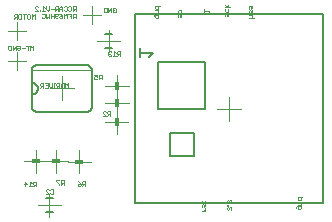
<source format=gbo>
G75*
%MOIN*%
%OFA0B0*%
%FSLAX25Y25*%
%IPPOS*%
%LPD*%
%AMOC8*
5,1,8,0,0,1.08239X$1,22.5*
%
%ADD10C,0.00100*%
%ADD11C,0.00600*%
%ADD12C,0.00000*%
%ADD13R,0.01800X0.03000*%
%ADD14C,0.00200*%
%ADD15R,0.03000X0.01800*%
%ADD16C,0.00800*%
D10*
X0008772Y0014901D02*
X0008772Y0016402D01*
X0009523Y0015652D01*
X0008522Y0015652D01*
X0009995Y0014901D02*
X0010996Y0014901D01*
X0011469Y0014901D02*
X0011969Y0015401D01*
X0011719Y0015401D02*
X0012469Y0015401D01*
X0012469Y0014901D02*
X0012469Y0016402D01*
X0011719Y0016402D01*
X0011469Y0016152D01*
X0011469Y0015652D01*
X0011719Y0015401D01*
X0010996Y0015902D02*
X0010496Y0016402D01*
X0010496Y0014901D01*
X0015767Y0013597D02*
X0016017Y0013847D01*
X0016518Y0013847D01*
X0016768Y0013597D01*
X0017240Y0013597D02*
X0017491Y0013847D01*
X0017991Y0013847D01*
X0018241Y0013597D01*
X0018241Y0012596D01*
X0017991Y0012346D01*
X0017491Y0012346D01*
X0017240Y0012596D01*
X0016768Y0012346D02*
X0015767Y0013347D01*
X0015767Y0013597D01*
X0015767Y0012346D02*
X0016768Y0012346D01*
X0020212Y0015365D02*
X0020212Y0015615D01*
X0019211Y0016616D01*
X0019211Y0016866D01*
X0020212Y0016866D01*
X0020684Y0016616D02*
X0020684Y0016116D01*
X0020935Y0015865D01*
X0021685Y0015865D01*
X0021685Y0015365D02*
X0021685Y0016866D01*
X0020935Y0016866D01*
X0020684Y0016616D01*
X0021185Y0015865D02*
X0020684Y0015365D01*
X0026300Y0015258D02*
X0026300Y0015508D01*
X0026550Y0015758D01*
X0027301Y0015758D01*
X0027301Y0015258D01*
X0027050Y0015008D01*
X0026550Y0015008D01*
X0026300Y0015258D01*
X0026800Y0016259D02*
X0027301Y0015758D01*
X0027773Y0015758D02*
X0027773Y0016259D01*
X0028023Y0016509D01*
X0028774Y0016509D01*
X0028774Y0015008D01*
X0028774Y0015508D02*
X0028023Y0015508D01*
X0027773Y0015758D01*
X0028274Y0015508D02*
X0027773Y0015008D01*
X0026800Y0016259D02*
X0026300Y0016509D01*
X0034743Y0038407D02*
X0035744Y0038407D01*
X0034743Y0039407D01*
X0034743Y0039658D01*
X0034993Y0039908D01*
X0035493Y0039908D01*
X0035744Y0039658D01*
X0036216Y0039658D02*
X0036216Y0039157D01*
X0036466Y0038907D01*
X0037217Y0038907D01*
X0037217Y0038407D02*
X0037217Y0039908D01*
X0036466Y0039908D01*
X0036216Y0039658D01*
X0036716Y0038907D02*
X0036216Y0038407D01*
X0034296Y0050511D02*
X0034296Y0052012D01*
X0033546Y0052012D01*
X0033295Y0051762D01*
X0033295Y0051262D01*
X0033546Y0051011D01*
X0034296Y0051011D01*
X0033796Y0051011D02*
X0033295Y0050511D01*
X0032823Y0050761D02*
X0032573Y0050511D01*
X0032072Y0050511D01*
X0031822Y0050761D01*
X0031822Y0051262D01*
X0032072Y0051512D01*
X0032323Y0051512D01*
X0032823Y0051262D01*
X0032823Y0052012D01*
X0031822Y0052012D01*
X0036787Y0058330D02*
X0037287Y0058330D01*
X0037537Y0058580D01*
X0038010Y0058330D02*
X0039010Y0058330D01*
X0039483Y0058330D02*
X0039983Y0058831D01*
X0039733Y0058831D02*
X0040484Y0058831D01*
X0040484Y0058330D02*
X0040484Y0059832D01*
X0039733Y0059832D01*
X0039483Y0059581D01*
X0039483Y0059081D01*
X0039733Y0058831D01*
X0039010Y0059331D02*
X0038510Y0059832D01*
X0038510Y0058330D01*
X0037537Y0059581D02*
X0037287Y0059832D01*
X0036787Y0059832D01*
X0036536Y0059581D01*
X0036536Y0059331D01*
X0036787Y0059081D01*
X0036536Y0058831D01*
X0036536Y0058580D01*
X0036787Y0058330D01*
X0036787Y0059081D02*
X0037037Y0059081D01*
X0037484Y0072804D02*
X0037484Y0074305D01*
X0036483Y0072804D01*
X0036483Y0074305D01*
X0036011Y0074305D02*
X0035260Y0074305D01*
X0035010Y0074055D01*
X0035010Y0073054D01*
X0035260Y0072804D01*
X0036011Y0072804D01*
X0036011Y0074305D01*
X0037957Y0074055D02*
X0038207Y0074305D01*
X0038707Y0074305D01*
X0038957Y0074055D01*
X0038957Y0073054D01*
X0038707Y0072804D01*
X0038207Y0072804D01*
X0037957Y0073054D01*
X0037957Y0073555D01*
X0038457Y0073555D01*
X0025643Y0073335D02*
X0025643Y0074836D01*
X0024892Y0074836D01*
X0024642Y0074586D01*
X0024642Y0074085D01*
X0024892Y0073835D01*
X0025643Y0073835D01*
X0025143Y0073835D02*
X0024642Y0073335D01*
X0024170Y0073585D02*
X0023920Y0073335D01*
X0023419Y0073335D01*
X0023169Y0073585D01*
X0022697Y0073585D02*
X0022446Y0073335D01*
X0021946Y0073335D01*
X0021696Y0073585D01*
X0021223Y0073335D02*
X0021223Y0074336D01*
X0020723Y0074836D01*
X0020222Y0074336D01*
X0020222Y0073335D01*
X0019750Y0073335D02*
X0019750Y0074836D01*
X0018999Y0074836D01*
X0018749Y0074586D01*
X0018749Y0074085D01*
X0018999Y0073835D01*
X0019750Y0073835D01*
X0019250Y0073835D02*
X0018749Y0073335D01*
X0018277Y0074085D02*
X0017276Y0074085D01*
X0016804Y0073835D02*
X0016804Y0074836D01*
X0016804Y0073835D02*
X0016303Y0073335D01*
X0015803Y0073835D01*
X0015803Y0074836D01*
X0015330Y0074336D02*
X0014830Y0074836D01*
X0014830Y0073335D01*
X0015330Y0073335D02*
X0014329Y0073335D01*
X0013857Y0073335D02*
X0013607Y0073335D01*
X0013607Y0073585D01*
X0013857Y0073585D01*
X0013857Y0073335D01*
X0013120Y0073335D02*
X0012120Y0074336D01*
X0012120Y0074586D01*
X0012370Y0074836D01*
X0012870Y0074836D01*
X0013120Y0074586D01*
X0013120Y0073335D02*
X0012120Y0073335D01*
X0011957Y0072251D02*
X0011457Y0071751D01*
X0010956Y0072251D01*
X0010956Y0070750D01*
X0010484Y0071000D02*
X0010234Y0070750D01*
X0009733Y0070750D01*
X0009483Y0071000D01*
X0009483Y0072001D01*
X0009733Y0072251D01*
X0010234Y0072251D01*
X0010484Y0072001D01*
X0010484Y0071000D01*
X0011957Y0070750D02*
X0011957Y0072251D01*
X0014329Y0072186D02*
X0014580Y0072436D01*
X0015080Y0072436D01*
X0015330Y0072186D01*
X0015330Y0071185D01*
X0015080Y0070935D01*
X0014580Y0070935D01*
X0014329Y0071185D01*
X0015803Y0070935D02*
X0015803Y0072436D01*
X0016804Y0072436D02*
X0016804Y0070935D01*
X0016303Y0071435D01*
X0015803Y0070935D01*
X0017276Y0070935D02*
X0017276Y0072436D01*
X0017276Y0071685D02*
X0018277Y0071685D01*
X0018749Y0071685D02*
X0019500Y0071685D01*
X0019750Y0071936D01*
X0019750Y0072186D01*
X0019500Y0072436D01*
X0018999Y0072436D01*
X0018749Y0072186D01*
X0018749Y0071185D01*
X0018999Y0070935D01*
X0019500Y0070935D01*
X0019750Y0071185D01*
X0020222Y0071185D02*
X0020222Y0071435D01*
X0020473Y0071685D01*
X0021223Y0071685D01*
X0021223Y0071185D01*
X0020973Y0070935D01*
X0020473Y0070935D01*
X0020222Y0071185D01*
X0021223Y0071685D02*
X0020723Y0072186D01*
X0020222Y0072436D01*
X0021696Y0072436D02*
X0021696Y0070935D01*
X0022697Y0070935D02*
X0022697Y0072436D01*
X0022196Y0071936D01*
X0021696Y0072436D01*
X0023169Y0072436D02*
X0024170Y0072436D01*
X0024170Y0070935D01*
X0024642Y0070935D02*
X0025143Y0071435D01*
X0024892Y0071435D02*
X0025643Y0071435D01*
X0025643Y0070935D02*
X0025643Y0072436D01*
X0024892Y0072436D01*
X0024642Y0072186D01*
X0024642Y0071685D01*
X0024892Y0071435D01*
X0024170Y0071685D02*
X0023669Y0071685D01*
X0024170Y0073585D02*
X0024170Y0074586D01*
X0023920Y0074836D01*
X0023419Y0074836D01*
X0023169Y0074586D01*
X0022697Y0074586D02*
X0022697Y0073585D01*
X0022697Y0074586D02*
X0022446Y0074836D01*
X0021946Y0074836D01*
X0021696Y0074586D01*
X0021223Y0074085D02*
X0020222Y0074085D01*
X0018277Y0072436D02*
X0018277Y0070935D01*
X0009010Y0072251D02*
X0008010Y0072251D01*
X0008510Y0072251D02*
X0008510Y0070750D01*
X0007537Y0071000D02*
X0007287Y0070750D01*
X0006787Y0070750D01*
X0006536Y0071000D01*
X0006536Y0072001D01*
X0006787Y0072251D01*
X0007287Y0072251D01*
X0007537Y0072001D01*
X0007537Y0071000D01*
X0006064Y0070750D02*
X0006064Y0072251D01*
X0005313Y0072251D01*
X0005063Y0072001D01*
X0005063Y0071501D01*
X0005313Y0071251D01*
X0006064Y0071251D01*
X0005564Y0071251D02*
X0005063Y0070750D01*
X0004691Y0061716D02*
X0004691Y0060215D01*
X0005692Y0061716D01*
X0005692Y0060215D01*
X0006164Y0060465D02*
X0006164Y0060966D01*
X0006665Y0060966D01*
X0007165Y0061466D02*
X0007165Y0060465D01*
X0006915Y0060215D01*
X0006414Y0060215D01*
X0006164Y0060465D01*
X0006164Y0061466D02*
X0006414Y0061716D01*
X0006915Y0061716D01*
X0007165Y0061466D01*
X0007637Y0060966D02*
X0008638Y0060966D01*
X0009111Y0061716D02*
X0010112Y0061716D01*
X0010584Y0061716D02*
X0010584Y0060215D01*
X0009611Y0060215D02*
X0009611Y0061716D01*
X0010584Y0061716D02*
X0011084Y0061216D01*
X0011585Y0061716D01*
X0011585Y0060215D01*
X0004219Y0060215D02*
X0004219Y0061716D01*
X0003468Y0061716D01*
X0003218Y0061466D01*
X0003218Y0060465D01*
X0003468Y0060215D01*
X0004219Y0060215D01*
X0014097Y0049253D02*
X0013847Y0049003D01*
X0013847Y0048503D01*
X0014097Y0048253D01*
X0014848Y0048253D01*
X0014348Y0048253D02*
X0013847Y0047752D01*
X0014848Y0047752D02*
X0014848Y0049253D01*
X0014097Y0049253D01*
X0015320Y0049253D02*
X0016321Y0049253D01*
X0016321Y0047752D01*
X0015320Y0047752D01*
X0015821Y0048503D02*
X0016321Y0048503D01*
X0016794Y0048253D02*
X0016794Y0049253D01*
X0016794Y0048253D02*
X0017294Y0047752D01*
X0017794Y0048253D01*
X0017794Y0049253D01*
X0018276Y0049253D02*
X0018777Y0049253D01*
X0018526Y0049253D02*
X0018526Y0047752D01*
X0018276Y0047752D02*
X0018777Y0047752D01*
X0019249Y0047752D02*
X0019749Y0048253D01*
X0019499Y0048253D02*
X0020250Y0048253D01*
X0020250Y0047752D02*
X0020250Y0049253D01*
X0019499Y0049253D01*
X0019249Y0049003D01*
X0019249Y0048503D01*
X0019499Y0048253D01*
X0020722Y0048002D02*
X0020722Y0049003D01*
X0020973Y0049253D01*
X0021723Y0049253D01*
X0021723Y0047752D01*
X0020973Y0047752D01*
X0020722Y0048002D01*
X0022196Y0047752D02*
X0022196Y0049253D01*
X0022696Y0048753D01*
X0023196Y0049253D01*
X0023196Y0047752D01*
X0051702Y0071552D02*
X0051702Y0071802D01*
X0051952Y0072052D01*
X0053203Y0072052D01*
X0053203Y0071302D01*
X0052953Y0071051D01*
X0052453Y0071051D01*
X0052202Y0071302D01*
X0052202Y0072052D01*
X0052202Y0072525D02*
X0053203Y0072525D01*
X0053203Y0073275D01*
X0052953Y0073526D01*
X0052202Y0073526D01*
X0052453Y0073998D02*
X0052953Y0073998D01*
X0053203Y0074248D01*
X0053203Y0074999D01*
X0053704Y0074999D02*
X0052202Y0074999D01*
X0052202Y0074248D01*
X0052453Y0073998D01*
X0059855Y0073407D02*
X0060105Y0073657D01*
X0060606Y0073657D01*
X0060856Y0073407D01*
X0060856Y0072907D01*
X0060606Y0072656D01*
X0060105Y0072656D01*
X0059855Y0072907D01*
X0059855Y0073407D01*
X0060105Y0072184D02*
X0060355Y0071934D01*
X0060355Y0071433D01*
X0060606Y0071183D01*
X0060856Y0071433D01*
X0060856Y0072184D01*
X0060105Y0072184D02*
X0059855Y0071934D01*
X0059855Y0071183D01*
X0068284Y0072242D02*
X0068785Y0072242D01*
X0068534Y0072242D02*
X0068534Y0073243D01*
X0068785Y0073243D01*
X0069257Y0073243D02*
X0070008Y0073243D01*
X0070258Y0072992D01*
X0070008Y0072742D01*
X0069507Y0072742D01*
X0069257Y0072492D01*
X0069507Y0072242D01*
X0070258Y0072242D01*
X0068534Y0073743D02*
X0068534Y0073993D01*
X0075530Y0074007D02*
X0075530Y0073256D01*
X0075780Y0073006D01*
X0076280Y0073006D01*
X0076530Y0073256D01*
X0076530Y0074007D01*
X0076030Y0074479D02*
X0076530Y0075230D01*
X0076030Y0074479D02*
X0075530Y0075230D01*
X0075530Y0074479D02*
X0077031Y0074479D01*
X0076530Y0072534D02*
X0076530Y0071783D01*
X0076280Y0071533D01*
X0076030Y0071783D01*
X0076030Y0072283D01*
X0075780Y0072534D01*
X0075530Y0072283D01*
X0075530Y0071533D01*
X0083484Y0071108D02*
X0084985Y0071108D01*
X0084485Y0071358D02*
X0084485Y0071859D01*
X0084234Y0072109D01*
X0083484Y0072109D01*
X0083484Y0072581D02*
X0083484Y0073332D01*
X0083734Y0073582D01*
X0083984Y0073332D01*
X0083984Y0072832D01*
X0084234Y0072581D01*
X0084485Y0072832D01*
X0084485Y0073582D01*
X0084234Y0074055D02*
X0084485Y0074305D01*
X0084485Y0075056D01*
X0083984Y0074805D02*
X0083984Y0074305D01*
X0084234Y0074055D01*
X0083484Y0074055D02*
X0083484Y0074805D01*
X0083734Y0075056D01*
X0083984Y0074805D01*
X0084485Y0071358D02*
X0084234Y0071108D01*
X0077275Y0010129D02*
X0077025Y0010129D01*
X0076775Y0009878D01*
X0076524Y0010129D01*
X0076274Y0010129D01*
X0076024Y0009878D01*
X0076024Y0009378D01*
X0076274Y0009128D01*
X0076274Y0008641D02*
X0076024Y0008641D01*
X0076024Y0008391D01*
X0076274Y0008391D01*
X0076274Y0008641D01*
X0076274Y0007919D02*
X0076024Y0007669D01*
X0076024Y0007168D01*
X0076274Y0006918D01*
X0076775Y0007418D02*
X0076775Y0007669D01*
X0076524Y0007919D01*
X0076274Y0007919D01*
X0076775Y0007669D02*
X0077025Y0007919D01*
X0077275Y0007919D01*
X0077525Y0007669D01*
X0077525Y0007168D01*
X0077275Y0006918D01*
X0077275Y0009128D02*
X0077525Y0009378D01*
X0077525Y0009878D01*
X0077275Y0010129D01*
X0076775Y0009878D02*
X0076775Y0009628D01*
X0069092Y0009719D02*
X0068092Y0009719D01*
X0067841Y0009969D01*
X0068842Y0009969D02*
X0068842Y0009469D01*
X0068842Y0008996D02*
X0068842Y0008246D01*
X0068592Y0007996D01*
X0068342Y0008246D01*
X0068342Y0008746D01*
X0068092Y0008996D01*
X0067841Y0008746D01*
X0067841Y0007996D01*
X0068842Y0007519D02*
X0068842Y0007268D01*
X0068342Y0006768D01*
X0068842Y0006768D02*
X0067841Y0006768D01*
X0099181Y0007749D02*
X0099181Y0007999D01*
X0099431Y0008249D01*
X0100682Y0008249D01*
X0100682Y0007498D01*
X0100432Y0007248D01*
X0099932Y0007248D01*
X0099681Y0007498D01*
X0099681Y0008249D01*
X0099681Y0008721D02*
X0100682Y0008721D01*
X0100682Y0009472D01*
X0100432Y0009722D01*
X0099681Y0009722D01*
X0099932Y0010195D02*
X0100432Y0010195D01*
X0100682Y0010445D01*
X0100682Y0011196D01*
X0101183Y0011196D02*
X0099681Y0011196D01*
X0099681Y0010445D01*
X0099932Y0010195D01*
D11*
X0051473Y0059391D02*
X0047069Y0059391D01*
X0047069Y0060858D02*
X0047069Y0057923D01*
X0050005Y0057923D02*
X0051473Y0059391D01*
X0037865Y0060982D02*
X0035503Y0060982D01*
X0035503Y0065707D02*
X0037865Y0065707D01*
X0029531Y0055183D02*
X0012531Y0055183D01*
X0012455Y0055181D01*
X0012379Y0055175D01*
X0012304Y0055166D01*
X0012229Y0055152D01*
X0012155Y0055135D01*
X0012082Y0055114D01*
X0012010Y0055090D01*
X0011939Y0055061D01*
X0011870Y0055030D01*
X0011803Y0054995D01*
X0011738Y0054956D01*
X0011674Y0054914D01*
X0011613Y0054869D01*
X0011554Y0054821D01*
X0011498Y0054770D01*
X0011444Y0054716D01*
X0011393Y0054660D01*
X0011345Y0054601D01*
X0011300Y0054540D01*
X0011258Y0054476D01*
X0011219Y0054411D01*
X0011184Y0054344D01*
X0011153Y0054275D01*
X0011124Y0054204D01*
X0011100Y0054132D01*
X0011079Y0054059D01*
X0011062Y0053985D01*
X0011048Y0053910D01*
X0011039Y0053835D01*
X0011033Y0053759D01*
X0011031Y0053683D01*
X0011031Y0041283D01*
X0011033Y0041207D01*
X0011039Y0041131D01*
X0011048Y0041056D01*
X0011062Y0040981D01*
X0011079Y0040907D01*
X0011100Y0040834D01*
X0011124Y0040762D01*
X0011153Y0040691D01*
X0011184Y0040622D01*
X0011219Y0040555D01*
X0011258Y0040490D01*
X0011300Y0040426D01*
X0011345Y0040365D01*
X0011393Y0040306D01*
X0011444Y0040250D01*
X0011498Y0040196D01*
X0011554Y0040145D01*
X0011613Y0040097D01*
X0011674Y0040052D01*
X0011738Y0040010D01*
X0011803Y0039971D01*
X0011870Y0039936D01*
X0011939Y0039905D01*
X0012010Y0039876D01*
X0012082Y0039852D01*
X0012155Y0039831D01*
X0012229Y0039814D01*
X0012304Y0039800D01*
X0012379Y0039791D01*
X0012455Y0039785D01*
X0012531Y0039783D01*
X0029531Y0039783D01*
X0029607Y0039785D01*
X0029683Y0039791D01*
X0029758Y0039800D01*
X0029833Y0039814D01*
X0029907Y0039831D01*
X0029980Y0039852D01*
X0030052Y0039876D01*
X0030123Y0039905D01*
X0030192Y0039936D01*
X0030259Y0039971D01*
X0030324Y0040010D01*
X0030388Y0040052D01*
X0030449Y0040097D01*
X0030508Y0040145D01*
X0030564Y0040196D01*
X0030618Y0040250D01*
X0030669Y0040306D01*
X0030717Y0040365D01*
X0030762Y0040426D01*
X0030804Y0040490D01*
X0030843Y0040555D01*
X0030878Y0040622D01*
X0030909Y0040691D01*
X0030938Y0040762D01*
X0030962Y0040834D01*
X0030983Y0040907D01*
X0031000Y0040981D01*
X0031014Y0041056D01*
X0031023Y0041131D01*
X0031029Y0041207D01*
X0031031Y0041283D01*
X0031031Y0053683D01*
X0031029Y0053759D01*
X0031023Y0053835D01*
X0031014Y0053910D01*
X0031000Y0053985D01*
X0030983Y0054059D01*
X0030962Y0054132D01*
X0030938Y0054204D01*
X0030909Y0054275D01*
X0030878Y0054344D01*
X0030843Y0054411D01*
X0030804Y0054476D01*
X0030762Y0054540D01*
X0030717Y0054601D01*
X0030669Y0054660D01*
X0030618Y0054716D01*
X0030564Y0054770D01*
X0030508Y0054821D01*
X0030449Y0054869D01*
X0030388Y0054914D01*
X0030324Y0054956D01*
X0030259Y0054995D01*
X0030192Y0055030D01*
X0030123Y0055061D01*
X0030052Y0055090D01*
X0029980Y0055114D01*
X0029907Y0055135D01*
X0029833Y0055152D01*
X0029758Y0055166D01*
X0029683Y0055175D01*
X0029607Y0055181D01*
X0029531Y0055183D01*
X0011031Y0049483D02*
X0011119Y0049481D01*
X0011208Y0049475D01*
X0011296Y0049465D01*
X0011383Y0049452D01*
X0011470Y0049434D01*
X0011556Y0049413D01*
X0011641Y0049388D01*
X0011724Y0049359D01*
X0011807Y0049326D01*
X0011887Y0049290D01*
X0011966Y0049251D01*
X0012044Y0049208D01*
X0012119Y0049161D01*
X0012192Y0049111D01*
X0012263Y0049058D01*
X0012332Y0049002D01*
X0012398Y0048943D01*
X0012461Y0048881D01*
X0012521Y0048817D01*
X0012579Y0048750D01*
X0012633Y0048680D01*
X0012685Y0048608D01*
X0012733Y0048534D01*
X0012778Y0048457D01*
X0012819Y0048379D01*
X0012857Y0048299D01*
X0012891Y0048218D01*
X0012922Y0048135D01*
X0012949Y0048050D01*
X0012972Y0047965D01*
X0012991Y0047879D01*
X0013007Y0047791D01*
X0013019Y0047704D01*
X0013027Y0047616D01*
X0013031Y0047527D01*
X0013031Y0047439D01*
X0013027Y0047350D01*
X0013019Y0047262D01*
X0013007Y0047175D01*
X0012991Y0047087D01*
X0012972Y0047001D01*
X0012949Y0046916D01*
X0012922Y0046831D01*
X0012891Y0046748D01*
X0012857Y0046667D01*
X0012819Y0046587D01*
X0012778Y0046509D01*
X0012733Y0046432D01*
X0012685Y0046358D01*
X0012633Y0046286D01*
X0012579Y0046216D01*
X0012521Y0046149D01*
X0012461Y0046085D01*
X0012398Y0046023D01*
X0012332Y0045964D01*
X0012263Y0045908D01*
X0012192Y0045855D01*
X0012119Y0045805D01*
X0012044Y0045758D01*
X0011966Y0045715D01*
X0011887Y0045676D01*
X0011807Y0045640D01*
X0011724Y0045607D01*
X0011641Y0045578D01*
X0011556Y0045553D01*
X0011470Y0045532D01*
X0011383Y0045514D01*
X0011296Y0045501D01*
X0011208Y0045491D01*
X0011119Y0045485D01*
X0011031Y0045483D01*
X0015717Y0010862D02*
X0018079Y0010862D01*
X0018079Y0006138D02*
X0015717Y0006138D01*
D12*
X0013125Y0008500D02*
X0020670Y0008500D01*
X0016898Y0004727D02*
X0016898Y0012273D01*
X0019258Y0019254D02*
X0019258Y0027010D01*
X0016153Y0023157D02*
X0008397Y0023157D01*
X0012275Y0019279D02*
X0012275Y0027035D01*
X0015380Y0023132D02*
X0023136Y0023132D01*
X0023027Y0023060D02*
X0030783Y0023060D01*
X0026905Y0019182D02*
X0026905Y0026938D01*
X0035437Y0036333D02*
X0043193Y0036333D01*
X0039400Y0038817D02*
X0039400Y0046572D01*
X0039416Y0044287D02*
X0039416Y0052043D01*
X0035538Y0048165D02*
X0043294Y0048165D01*
X0043278Y0042695D02*
X0035522Y0042695D01*
X0039315Y0040211D02*
X0039315Y0032456D01*
X0025031Y0047483D02*
X0017031Y0047483D01*
X0021031Y0043483D02*
X0021031Y0051483D01*
X0009217Y0056661D02*
X0003211Y0056661D01*
X0006214Y0053658D02*
X0006214Y0059665D01*
X0006084Y0063551D02*
X0006084Y0069557D01*
X0003081Y0066554D02*
X0009087Y0066554D01*
X0028023Y0072037D02*
X0034029Y0072037D01*
X0031026Y0075040D02*
X0031026Y0069033D01*
X0036684Y0067117D02*
X0036684Y0059572D01*
X0032911Y0063344D02*
X0040457Y0063344D01*
X0072769Y0040632D02*
X0080769Y0040632D01*
X0076769Y0036632D02*
X0076769Y0044632D01*
D13*
X0039400Y0042695D03*
X0039416Y0048165D03*
X0039315Y0036333D03*
D14*
X0031031Y0053783D02*
X0011031Y0053783D01*
D15*
X0012275Y0023157D03*
X0019258Y0023132D03*
X0026905Y0023060D03*
D16*
X0045273Y0009136D02*
X0108265Y0009136D01*
X0108265Y0072128D01*
X0045273Y0072128D01*
X0045273Y0009136D01*
X0057084Y0024884D02*
X0064958Y0024884D01*
X0064958Y0032758D01*
X0057084Y0032758D01*
X0057084Y0024884D01*
X0053147Y0040632D02*
X0053147Y0056380D01*
X0068895Y0056380D01*
X0068895Y0040632D01*
X0053147Y0040632D01*
M02*

</source>
